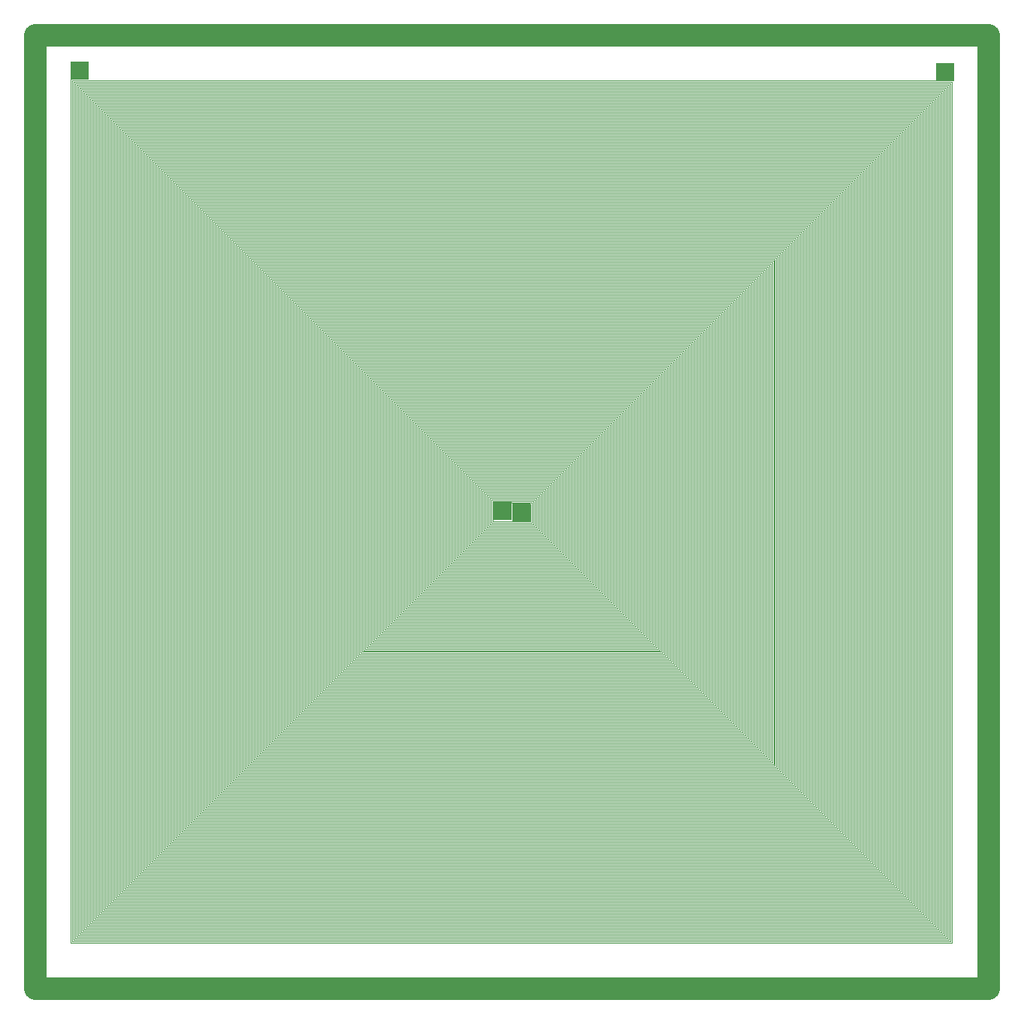
<source format=gbr>
G04 start of page 2 for group 0 idx 0 *
G04 Title: (unknown), component *
G04 Creator: pcb 1.99y *
G04 CreationDate: Mon Mar  9 18:38:32 2009 UTC *
G04 For: dj *
G04 Format: Gerber/RS-274X *
G04 PCB-Dimensions: 432900 432900 *
G04 PCB-Coordinate-Origin: lower left *
%MOIN*%
%FSLAX25Y25*%
%LNFRONT*%
%ADD11C,0.0033*%
%ADD12C,0.1000*%
%ADD13C,0.0200*%
%ADD14C,0.0300*%
G54D11*X206452Y210952D02*X225782D01*
X205786Y210286D02*X226448D01*
X205120Y209620D02*X227114D01*
X225782Y210952D02*Y221283D01*
X226448Y210286D02*Y221949D01*
X227114Y209620D02*Y222615D01*
X227780Y208954D02*Y223281D01*
X228446Y208288D02*Y223947D01*
X229112Y207622D02*Y224613D01*
X204454Y208954D02*X227780D01*
X203788Y208288D02*X228446D01*
X203122Y207622D02*X229112D01*
X202456Y206956D02*X229778D01*
X207784Y212284D02*Y221283D01*
X208450Y220617D02*X225116D01*
X207118Y211618D02*Y221949D01*
X207784Y221283D02*X225782D01*
X207784Y212284D02*X224450D01*
Y219951D01*
X207118Y211618D02*X225116D01*
Y220617D01*
X229778Y206956D02*Y225279D01*
X201790Y206290D02*X230444D01*
X241766Y194968D02*Y237267D01*
X242432Y194302D02*Y237933D01*
X243098Y193636D02*Y238599D01*
X243764Y192970D02*Y239265D01*
X244430Y192304D02*Y239931D01*
X245096Y191638D02*Y240597D01*
X245762Y190972D02*Y241263D01*
X246428Y190306D02*Y241929D01*
X247094Y189640D02*Y242595D01*
X247760Y188974D02*Y243261D01*
X248426Y188308D02*Y243927D01*
X249092Y187642D02*Y244593D01*
X249758Y186976D02*Y245259D01*
X250424Y186310D02*Y245925D01*
X251090Y185644D02*Y246591D01*
X251756Y184978D02*Y247257D01*
X252422Y184312D02*Y247923D01*
X253088Y183646D02*Y248589D01*
X253754Y182980D02*Y249255D01*
X254420Y182314D02*Y249921D01*
X255086Y181648D02*Y250587D01*
X255752Y180982D02*Y251253D01*
X256418Y180316D02*Y251919D01*
X257084Y179650D02*Y252585D01*
X257750Y178984D02*Y253251D01*
X258416Y178318D02*Y253917D01*
X259082Y177652D02*Y254583D01*
X259748Y176986D02*Y255249D01*
X260414Y176320D02*Y255915D01*
X261080Y175654D02*Y256581D01*
X261746Y174988D02*Y257247D01*
X262412Y174322D02*Y257913D01*
X263078Y173656D02*Y258579D01*
X263744Y172990D02*Y259245D01*
X264410Y172324D02*Y259911D01*
X265076Y171658D02*Y260577D01*
X265742Y170992D02*Y261243D01*
X266408Y170326D02*Y261909D01*
X230444Y206290D02*Y225945D01*
X231110Y205624D02*Y226611D01*
X231776Y204958D02*Y227277D01*
X232442Y204292D02*Y227943D01*
X233108Y203626D02*Y228609D01*
X233774Y202960D02*Y229275D01*
X234440Y202294D02*Y229941D01*
X235106Y201628D02*Y230607D01*
X235772Y200962D02*Y231273D01*
X236438Y200296D02*Y231939D01*
X237104Y199630D02*Y232605D01*
X237770Y198964D02*Y233271D01*
X238436Y198298D02*Y233937D01*
X239102Y197632D02*Y234603D01*
X239768Y196966D02*Y235269D01*
X240434Y196300D02*Y235935D01*
X241100Y195634D02*Y236601D01*
X207118Y221949D02*X226448D01*
X206452Y222615D02*X227114D01*
X205786Y223281D02*X227780D01*
X205120Y223947D02*X228446D01*
X204454Y224613D02*X229112D01*
X203788Y225279D02*X229778D01*
X203122Y225945D02*X230444D01*
X202456Y226611D02*X231110D01*
X201790Y227277D02*X231776D01*
X201124Y227943D02*X232442D01*
X200458Y228609D02*X233108D01*
X199792Y229275D02*X233774D01*
X199126Y229941D02*X234440D01*
X198460Y230607D02*X235106D01*
X197794Y231273D02*X235772D01*
X197128Y231939D02*X236438D01*
X196462Y232605D02*X237104D01*
X195796Y233271D02*X237770D01*
X195130Y233937D02*X238436D01*
X194464Y234603D02*X239102D01*
X193798Y235269D02*X239768D01*
X193132Y235935D02*X240434D01*
X192466Y236601D02*X241100D01*
X191800Y237267D02*X241766D01*
X191134Y237933D02*X242432D01*
X190468Y238599D02*X243098D01*
X189802Y239265D02*X243764D01*
X189136Y239931D02*X244430D01*
X188470Y240597D02*X245096D01*
X187804Y241263D02*X245762D01*
X187138Y241929D02*X246428D01*
X186472Y242595D02*X247094D01*
X185806Y243261D02*X247760D01*
X185140Y243927D02*X248426D01*
X184474Y244593D02*X249092D01*
X183808Y245259D02*X249758D01*
X183142Y245925D02*X250424D01*
X182476Y246591D02*X251090D01*
X181810Y247257D02*X251756D01*
X181144Y247923D02*X252422D01*
X180478Y248589D02*X253088D01*
X179812Y249255D02*X253754D01*
X179146Y249921D02*X254420D01*
X178480Y250587D02*X255086D01*
X177814Y251253D02*X255752D01*
X177148Y251919D02*X256418D01*
X176482Y252585D02*X257084D01*
X175816Y253251D02*X257750D01*
X175150Y253917D02*X258416D01*
X174484Y254583D02*X259082D01*
X173818Y255249D02*X259748D01*
X173152Y255915D02*X260414D01*
X172486Y256581D02*X261080D01*
X171820Y257247D02*X261746D01*
X171154Y257913D02*X262412D01*
X170488Y258579D02*X263078D01*
X169822Y259245D02*X263744D01*
X169156Y259911D02*X264410D01*
X168490Y260577D02*X265076D01*
X167824Y261243D02*X265742D01*
X167158Y261909D02*X266408D01*
X166492Y262575D02*X267074D01*
X165826Y263241D02*X267740D01*
X201124Y205624D02*X231110D01*
X200458Y204958D02*X231776D01*
X199792Y204292D02*X232442D01*
X199126Y203626D02*X233108D01*
X198460Y202960D02*X233774D01*
X197794Y202294D02*X234440D01*
X197128Y201628D02*X235106D01*
X196462Y200962D02*X235772D01*
X195796Y200296D02*X236438D01*
X195130Y199630D02*X237104D01*
X194464Y198964D02*X237770D01*
X193798Y198298D02*X238436D01*
X193132Y197632D02*X239102D01*
X267074Y169660D02*Y262575D01*
X267740Y168994D02*Y263241D01*
X268406Y168328D02*Y263907D01*
X269072Y167662D02*Y264573D01*
X269738Y166996D02*Y265239D01*
X270404Y166330D02*Y265905D01*
X271070Y165664D02*Y266571D01*
X271736Y164998D02*Y267237D01*
X272402Y164332D02*Y267903D01*
X273068Y163666D02*Y268569D01*
X273734Y163000D02*Y269235D01*
X274400Y162334D02*Y269901D01*
X275066Y161668D02*Y270567D01*
X275732Y161002D02*Y271233D01*
X276398Y160336D02*Y271899D01*
X277064Y159670D02*Y272565D01*
X277730Y159004D02*Y273231D01*
X278396Y158338D02*Y273897D01*
X279062Y157672D02*Y274563D01*
X279728Y157006D02*Y275229D01*
X280394Y156340D02*Y275895D01*
X281060Y155674D02*Y276561D01*
X281726Y155008D02*Y277227D01*
X282392Y154342D02*Y277893D01*
X192466Y196966D02*X239768D01*
X191800Y196300D02*X240434D01*
X191134Y195634D02*X241100D01*
X190468Y194968D02*X241766D01*
X189802Y194302D02*X242432D01*
X189136Y193636D02*X243098D01*
X188470Y192970D02*X243764D01*
X187804Y192304D02*X244430D01*
X187138Y191638D02*X245096D01*
X186472Y190972D02*X245762D01*
X185806Y190306D02*X246428D01*
X185140Y189640D02*X247094D01*
X184474Y188974D02*X247760D01*
X183808Y188308D02*X248426D01*
X183142Y187642D02*X249092D01*
X182476Y186976D02*X249758D01*
X181810Y186310D02*X250424D01*
X181144Y185644D02*X251090D01*
X180478Y184978D02*X251756D01*
X179812Y184312D02*X252422D01*
X179146Y183646D02*X253088D01*
X178480Y182980D02*X253754D01*
X177814Y182314D02*X254420D01*
X177148Y181648D02*X255086D01*
X176482Y180982D02*X255752D01*
X175816Y180316D02*X256418D01*
X175150Y179650D02*X257084D01*
X174484Y178984D02*X257750D01*
X173818Y178318D02*X258416D01*
X173152Y177652D02*X259082D01*
X172486Y176986D02*X259748D01*
X171820Y176320D02*X260414D01*
X171154Y175654D02*X261080D01*
X170488Y174988D02*X261746D01*
X169822Y174322D02*X262412D01*
X169156Y173656D02*X263078D01*
X168490Y172990D02*X263744D01*
X167824Y172324D02*X264410D01*
X167158Y171658D02*X265076D01*
X166492Y170992D02*X265742D01*
X165826Y170326D02*X266408D01*
X165160Y169660D02*X267074D01*
X164494Y168994D02*X267740D01*
X163828Y168328D02*X268406D01*
X163162Y167662D02*X269072D01*
X162496Y166996D02*X269738D01*
X161830Y166330D02*X270404D01*
X161164Y165664D02*X271070D01*
X160498Y164998D02*X271736D01*
X159832Y164332D02*X272402D01*
X159166Y163666D02*X273068D01*
X158500Y163000D02*X273734D01*
X157834Y162334D02*X274400D01*
X157168Y161668D02*X275066D01*
X156502Y161002D02*X275732D01*
X155836Y160336D02*X276398D01*
X155170Y159670D02*X277064D01*
X154504Y159004D02*X277730D01*
X153838Y158338D02*X278396D01*
X153172Y157672D02*X279062D01*
X152506Y157006D02*X279728D01*
X151840Y156340D02*X280394D01*
X151174Y155674D02*X281060D01*
X150508Y155008D02*X281726D01*
X149842Y154342D02*X282392D01*
X149176Y153676D02*X283058D01*
Y278559D01*
X283724Y153010D02*Y279225D01*
X284390Y152344D02*Y279891D01*
X285056Y151678D02*Y280557D01*
X285722Y151012D02*Y281223D01*
X286388Y150346D02*Y281889D01*
X287054Y149680D02*Y282555D01*
X287720Y149014D02*Y283221D01*
X288386Y148348D02*Y283887D01*
X289052Y147682D02*Y284553D01*
X289718Y147016D02*Y285219D01*
X290384Y146350D02*Y285885D01*
X291050Y145684D02*Y286551D01*
X291716Y145018D02*Y287217D01*
X292382Y144352D02*Y287883D01*
X293048Y143686D02*Y288549D01*
X293714Y143020D02*Y289215D01*
X294380Y142354D02*Y289881D01*
X295046Y141688D02*Y290547D01*
X295712Y141022D02*Y291213D01*
X296378Y140356D02*Y291879D01*
X297044Y139690D02*Y292545D01*
X297710Y139024D02*Y293211D01*
X298376Y138358D02*Y293877D01*
X299042Y137692D02*Y294543D01*
X299708Y137026D02*Y295209D01*
X300374Y136360D02*Y295875D01*
X301040Y135694D02*Y296541D01*
X301706Y135028D02*Y297207D01*
X302372Y134362D02*Y297873D01*
X303038Y133696D02*Y298539D01*
X303704Y133030D02*Y299205D01*
X201124Y205624D02*Y227943D01*
X200458Y204958D02*Y228609D01*
X199792Y204292D02*Y229275D01*
X199126Y203626D02*Y229941D01*
X198460Y202960D02*Y230607D01*
X197794Y202294D02*Y231273D01*
X197128Y201628D02*Y231939D01*
X196462Y200962D02*Y232605D01*
X195796Y200296D02*Y233271D01*
X195130Y199630D02*Y233937D01*
X194464Y198964D02*Y234603D01*
X193798Y198298D02*Y235269D01*
X193132Y197632D02*Y235935D01*
X206452Y210952D02*Y222615D01*
X205786Y210286D02*Y223281D01*
X205120Y209620D02*Y223947D01*
X204454Y208954D02*Y224613D01*
X203788Y208288D02*Y225279D01*
X203122Y207622D02*Y225945D01*
X202456Y206956D02*Y226611D01*
X201790Y206290D02*Y227277D01*
X148510Y153010D02*X283724D01*
X147844Y152344D02*X284390D01*
X147178Y151678D02*X285056D01*
X146512Y151012D02*X285722D01*
X145846Y150346D02*X286388D01*
X145180Y149680D02*X287054D01*
X144514Y149014D02*X287720D01*
X143848Y148348D02*X288386D01*
X143182Y147682D02*X289052D01*
X142516Y147016D02*X289718D01*
X141850Y146350D02*X290384D01*
X141184Y145684D02*X291050D01*
X140518Y145018D02*X291716D01*
X139852Y144352D02*X292382D01*
X139186Y143686D02*X293048D01*
X138520Y143020D02*X293714D01*
X137854Y142354D02*X294380D01*
X137188Y141688D02*X295046D01*
X136522Y141022D02*X295712D01*
X135856Y140356D02*X296378D01*
X135190Y139690D02*X297044D01*
X134524Y139024D02*X297710D01*
X133858Y138358D02*X298376D01*
X133192Y137692D02*X299042D01*
X132526Y137026D02*X299708D01*
X131860Y136360D02*X300374D01*
X131194Y135694D02*X301040D01*
X130528Y135028D02*X301706D01*
X129862Y134362D02*X302372D01*
X129196Y133696D02*X303038D01*
X128530Y133030D02*X303704D01*
X127864Y132364D02*X304370D01*
Y299871D01*
X305036Y131698D02*Y300537D01*
X305702Y131032D02*Y301203D01*
X306368Y130366D02*Y301869D01*
X307034Y129700D02*Y302535D01*
X307700Y129034D02*Y303201D01*
X308366Y128368D02*Y303867D01*
X309032Y127702D02*Y304533D01*
X309698Y127036D02*Y305199D01*
X310364Y126370D02*Y305865D01*
X311030Y125704D02*Y306531D01*
X311696Y125038D02*Y307197D01*
X312362Y124372D02*Y307863D01*
X313028Y123706D02*Y308529D01*
X313694Y123040D02*Y309195D01*
X314360Y122374D02*Y309861D01*
X315026Y121708D02*Y310527D01*
X315692Y121042D02*Y311193D01*
X316358Y120376D02*Y311859D01*
X317024Y119710D02*Y312525D01*
X317690Y119044D02*Y313191D01*
X318356Y118378D02*Y313857D01*
X319022Y117712D02*Y314523D01*
X319688Y117046D02*Y315189D01*
X320354Y116380D02*Y315855D01*
X321020Y115714D02*Y316521D01*
X321686Y115048D02*Y317187D01*
X322352Y114382D02*Y317853D01*
X323018Y113716D02*Y318519D01*
X323684Y113050D02*Y319185D01*
X324350Y112384D02*Y319851D01*
X325016Y111718D02*Y320517D01*
X325682Y111052D02*Y321183D01*
X326348Y110386D02*Y321849D01*
X327014Y109720D02*Y322515D01*
X327680Y109054D02*Y323181D01*
X328346Y108388D02*Y323847D01*
X329012Y107722D02*Y324513D01*
X329678Y107056D02*Y325179D01*
X330344Y106390D02*Y325845D01*
X331010Y105724D02*Y326511D01*
X331676Y105058D02*Y327177D01*
X332342Y104392D02*Y327843D01*
X333008Y103726D02*Y328509D01*
X333674Y103060D02*Y329175D01*
X334340Y102394D02*Y329841D01*
X335006Y101728D02*Y330507D01*
X335672Y101062D02*Y331173D01*
X336338Y100396D02*Y331839D01*
X337004Y99730D02*Y332505D01*
X337670Y99064D02*Y333171D01*
X338336Y98398D02*Y333837D01*
X339002Y97732D02*Y334503D01*
X339668Y97066D02*Y335169D01*
X340334Y96400D02*Y335835D01*
X341000Y95734D02*Y336501D01*
X341666Y95068D02*Y337167D01*
X342332Y94402D02*Y337833D01*
X342998Y93736D02*Y338499D01*
X343664Y93070D02*Y339165D01*
X344330Y92404D02*Y339831D01*
X344996Y91738D02*Y340497D01*
X345662Y91072D02*Y341163D01*
X346328Y90406D02*Y341829D01*
X346994Y89740D02*Y342495D01*
X347660Y89074D02*Y343161D01*
X348326Y88408D02*Y343827D01*
X348992Y87742D02*Y344493D01*
X349658Y87076D02*Y345159D01*
X350324Y86410D02*Y345825D01*
X350990Y85744D02*Y346491D01*
X351656Y85078D02*Y347157D01*
X352322Y84412D02*Y347823D01*
X352988Y83746D02*Y348489D01*
X353654Y83080D02*Y349155D01*
X354320Y82414D02*Y349821D01*
X354986Y81748D02*Y350487D01*
X355652Y81082D02*Y351153D01*
X356318Y80416D02*Y351819D01*
X356984Y79750D02*Y352485D01*
X357650Y79084D02*Y353151D01*
X358316Y78418D02*Y353817D01*
X358982Y77752D02*Y354483D01*
X359648Y77086D02*Y355149D01*
X360314Y76420D02*Y355815D01*
X360980Y75754D02*Y356481D01*
X192466Y196966D02*Y236601D01*
X191800Y196300D02*Y237267D01*
X191134Y195634D02*Y237933D01*
X190468Y194968D02*Y238599D01*
X189802Y194302D02*Y239265D01*
X189136Y193636D02*Y239931D01*
X188470Y192970D02*Y240597D01*
X187804Y192304D02*Y241263D01*
X187138Y191638D02*Y241929D01*
X186472Y190972D02*Y242595D01*
X185806Y190306D02*Y243261D01*
X185140Y189640D02*Y243927D01*
X184474Y188974D02*Y244593D01*
X183808Y188308D02*Y245259D01*
X183142Y187642D02*Y245925D01*
X182476Y186976D02*Y246591D01*
X181810Y186310D02*Y247257D01*
X181144Y185644D02*Y247923D01*
X180478Y184978D02*Y248589D01*
X179812Y184312D02*Y249255D01*
X179146Y183646D02*Y249921D01*
X178480Y182980D02*Y250587D01*
X177814Y182314D02*Y251253D01*
X177148Y181648D02*Y251919D01*
X127198Y131698D02*X305036D01*
X126532Y131032D02*X305702D01*
X125866Y130366D02*X306368D01*
X125200Y129700D02*X307034D01*
X124534Y129034D02*X307700D01*
X123868Y128368D02*X308366D01*
X123202Y127702D02*X309032D01*
X122536Y127036D02*X309698D01*
X121870Y126370D02*X310364D01*
X121204Y125704D02*X311030D01*
X120538Y125038D02*X311696D01*
X119872Y124372D02*X312362D01*
X119206Y123706D02*X313028D01*
X118540Y123040D02*X313694D01*
X117874Y122374D02*X314360D01*
X117208Y121708D02*X315026D01*
X116542Y121042D02*X315692D01*
X115876Y120376D02*X316358D01*
X115210Y119710D02*X317024D01*
X114544Y119044D02*X317690D01*
X113878Y118378D02*X318356D01*
X113212Y117712D02*X319022D01*
X112546Y117046D02*X319688D01*
X111880Y116380D02*X320354D01*
X111214Y115714D02*X321020D01*
X110548Y115048D02*X321686D01*
X109882Y114382D02*X322352D01*
X109216Y113716D02*X323018D01*
X108550Y113050D02*X323684D01*
X107884Y112384D02*X324350D01*
X107218Y111718D02*X325016D01*
X106552Y111052D02*X325682D01*
X105886Y110386D02*X326348D01*
X105220Y109720D02*X327014D01*
X104554Y109054D02*X327680D01*
X103888Y108388D02*X328346D01*
X103222Y107722D02*X329012D01*
X102556Y107056D02*X329678D01*
X101890Y106390D02*X330344D01*
X101224Y105724D02*X331010D01*
X100558Y105058D02*X331676D01*
X99892Y104392D02*X332342D01*
X99226Y103726D02*X333008D01*
X98560Y103060D02*X333674D01*
X97894Y102394D02*X334340D01*
X97228Y101728D02*X335006D01*
X96562Y101062D02*X335672D01*
X95896Y100396D02*X336338D01*
X95230Y99730D02*X337004D01*
X94564Y99064D02*X337670D01*
X93898Y98398D02*X338336D01*
X93232Y97732D02*X339002D01*
X92566Y97066D02*X339668D01*
X91900Y96400D02*X340334D01*
X91234Y95734D02*X341000D01*
X90568Y95068D02*X341666D01*
X89902Y94402D02*X342332D01*
X89236Y93736D02*X342998D01*
X88570Y93070D02*X343664D01*
X87904Y92404D02*X344330D01*
X87238Y91738D02*X344996D01*
X86572Y91072D02*X345662D01*
X85906Y90406D02*X346328D01*
X85240Y89740D02*X346994D01*
X84574Y89074D02*X347660D01*
X83908Y88408D02*X348326D01*
X83242Y87742D02*X348992D01*
X82576Y87076D02*X349658D01*
X81910Y86410D02*X350324D01*
X81244Y85744D02*X350990D01*
X80578Y85078D02*X351656D01*
X79912Y84412D02*X352322D01*
X79246Y83746D02*X352988D01*
X78580Y83080D02*X353654D01*
X77914Y82414D02*X354320D01*
X77248Y81748D02*X354986D01*
X76582Y81082D02*X355652D01*
X75916Y80416D02*X356318D01*
X75250Y79750D02*X356984D01*
X74584Y79084D02*X357650D01*
X73918Y78418D02*X358316D01*
X73252Y77752D02*X358982D01*
X72586Y77086D02*X359648D01*
X71920Y76420D02*X360314D01*
X71254Y75754D02*X360980D01*
X70588Y75088D02*X361646D01*
X176482Y180982D02*Y252585D01*
X175816Y180316D02*Y253251D01*
X175150Y179650D02*Y253917D01*
X174484Y178984D02*Y254583D01*
X173818Y178318D02*Y255249D01*
X173152Y177652D02*Y255915D01*
X172486Y176986D02*Y256581D01*
X171820Y176320D02*Y257247D01*
X410930Y25804D02*Y406431D01*
X411596Y25138D02*Y407097D01*
X171154Y175654D02*Y257913D01*
X170488Y174988D02*Y258579D01*
X169822Y174322D02*Y259245D01*
X169156Y173656D02*Y259911D01*
X168490Y172990D02*Y260577D01*
X167824Y172324D02*Y261243D01*
X167158Y171658D02*Y261909D01*
X166492Y170992D02*Y262575D01*
X165826Y170326D02*Y263241D01*
X165160Y169660D02*Y263907D01*
X164494Y168994D02*Y264573D01*
X163828Y168328D02*Y265239D01*
X163162Y167662D02*Y265905D01*
X162496Y166996D02*Y266571D01*
X161830Y166330D02*Y267237D01*
X161164Y165664D02*Y267903D01*
X69922Y74422D02*X362312D01*
X69256Y73756D02*X362978D01*
X68590Y73090D02*X363644D01*
X67924Y72424D02*X364310D01*
X67258Y71758D02*X364976D01*
X66592Y71092D02*X365642D01*
X65926Y70426D02*X366308D01*
X65260Y69760D02*X366974D01*
X64594Y69094D02*X367640D01*
X63928Y68428D02*X368306D01*
X63262Y67762D02*X368972D01*
X62596Y67096D02*X369638D01*
X61930Y66430D02*X370304D01*
X61264Y65764D02*X370970D01*
X60598Y65098D02*X371636D01*
X59932Y64432D02*X372302D01*
X59266Y63766D02*X372968D01*
X58600Y63100D02*X373634D01*
X57934Y62434D02*X374300D01*
X57268Y61768D02*X374966D01*
X56602Y61102D02*X375632D01*
X55936Y60436D02*X376298D01*
X55270Y59770D02*X376964D01*
X54604Y59104D02*X377630D01*
X53938Y58438D02*X378296D01*
X53272Y57772D02*X378962D01*
X70588Y358479D02*X362978D01*
X69922Y359145D02*X363644D01*
X69256Y359811D02*X364310D01*
X68590Y360477D02*X364976D01*
X67924Y361143D02*X365642D01*
X67258Y361809D02*X366308D01*
X66592Y362475D02*X366974D01*
X65926Y363141D02*X367640D01*
X65260Y363807D02*X368306D01*
X64594Y364473D02*X368972D01*
X63928Y365139D02*X369638D01*
X63262Y365805D02*X370304D01*
X62596Y366471D02*X370970D01*
X61930Y367137D02*X371636D01*
X61264Y367803D02*X372302D01*
X60598Y368469D02*X372968D01*
X59932Y369135D02*X373634D01*
X59266Y369801D02*X374300D01*
X58600Y370467D02*X374966D01*
X57934Y371133D02*X375632D01*
X57268Y371799D02*X376298D01*
X56602Y372465D02*X376964D01*
X55936Y373131D02*X377630D01*
X55270Y373797D02*X378296D01*
X54604Y374463D02*X378962D01*
X53938Y375129D02*X379628D01*
X53272Y375795D02*X380294D01*
X52606Y376461D02*X380960D01*
X51940Y377127D02*X381626D01*
X51274Y377793D02*X382292D01*
X50608Y378459D02*X382958D01*
X49942Y379125D02*X383624D01*
X49276Y379791D02*X384290D01*
X48610Y380457D02*X384956D01*
X47944Y381123D02*X385622D01*
X47278Y381789D02*X386288D01*
X46612Y382455D02*X386954D01*
X45946Y383121D02*X387620D01*
X45280Y383787D02*X388286D01*
X44614Y384453D02*X388952D01*
X43948Y385119D02*X389618D01*
X43282Y385785D02*X390284D01*
X42616Y386451D02*X390950D01*
X41950Y387117D02*X391616D01*
X41284Y387783D02*X392282D01*
X40618Y388449D02*X392948D01*
X39952Y389115D02*X393614D01*
X39286Y389781D02*X394280D01*
X38620Y390447D02*X394946D01*
X37954Y391113D02*X395612D01*
X37288Y391779D02*X396278D01*
X36622Y392445D02*X396944D01*
X35956Y393111D02*X397610D01*
X35290Y393777D02*X398276D01*
X34624Y394443D02*X398942D01*
X33958Y395109D02*X399608D01*
X33292Y395775D02*X400274D01*
X32626Y396441D02*X400940D01*
X31960Y397107D02*X401606D01*
X31294Y397773D02*X402272D01*
X30628Y398439D02*X402938D01*
X29962Y399105D02*X403604D01*
X29296Y399771D02*X404270D01*
X28630Y400437D02*X404936D01*
X27964Y401103D02*X405602D01*
X27298Y401769D02*X406268D01*
X26632Y402435D02*X406934D01*
X25966Y403101D02*X407600D01*
X25300Y403767D02*X408266D01*
X24634Y404433D02*X408932D01*
X23968Y405099D02*X409598D01*
X23302Y405765D02*X410264D01*
X22636Y406431D02*X410930D01*
X21970Y407097D02*X411596D01*
X21304Y407763D02*X412262D01*
G54D12*X5000Y427900D02*X427900D01*
G54D11*X52606Y57106D02*X379628D01*
X51940Y56440D02*X380294D01*
X51274Y55774D02*X380960D01*
X50608Y55108D02*X381626D01*
X49942Y54442D02*X382292D01*
X49276Y53776D02*X382958D01*
X48610Y53110D02*X383624D01*
X47944Y52444D02*X384290D01*
X47278Y51778D02*X384956D01*
X46612Y51112D02*X385622D01*
X45946Y50446D02*X386288D01*
X45280Y49780D02*X386954D01*
X44614Y49114D02*X387620D01*
X43948Y48448D02*X388286D01*
X43282Y47782D02*X388952D01*
X42616Y47116D02*X389618D01*
X41950Y46450D02*X390284D01*
X41284Y45784D02*X390950D01*
X40618Y45118D02*X391616D01*
X39952Y44452D02*X392282D01*
X39286Y43786D02*X392948D01*
X38620Y43120D02*X393614D01*
X37954Y42454D02*X394280D01*
X37288Y41788D02*X394946D01*
X36622Y41122D02*X395612D01*
X35956Y40456D02*X396278D01*
X35290Y39790D02*X396944D01*
X34624Y39124D02*X397610D01*
X33958Y38458D02*X398276D01*
X33292Y37792D02*X398942D01*
X32626Y37126D02*X399608D01*
X31960Y36460D02*X400274D01*
X31294Y35794D02*X400940D01*
X30628Y35128D02*X401606D01*
X29962Y34462D02*X402272D01*
X29296Y33796D02*X402938D01*
X28630Y33130D02*X403604D01*
X27964Y32464D02*X404270D01*
X27298Y31798D02*X404936D01*
X26632Y31132D02*X405602D01*
X25966Y30466D02*X406268D01*
X25300Y29800D02*X406934D01*
X24634Y29134D02*X407600D01*
X23968Y28468D02*X408266D01*
X23302Y27802D02*X408932D01*
X22636Y27136D02*X409598D01*
X21970Y26470D02*X410264D01*
X21304Y25804D02*X410930D01*
X20638Y25138D02*X411596D01*
G54D12*X5000Y5000D02*X427900D01*
G54D11*X165160Y263907D02*X268406D01*
X164494Y264573D02*X269072D01*
X163828Y265239D02*X269738D01*
X163162Y265905D02*X270404D01*
X162496Y266571D02*X271070D01*
X161830Y267237D02*X271736D01*
X161164Y267903D02*X272402D01*
X160498Y268569D02*X273068D01*
X159832Y269235D02*X273734D01*
X159166Y269901D02*X274400D01*
X158500Y270567D02*X275066D01*
X157834Y271233D02*X275732D01*
X157168Y271899D02*X276398D01*
X156502Y272565D02*X277064D01*
X155836Y273231D02*X277730D01*
X155170Y273897D02*X278396D01*
X154504Y274563D02*X279062D01*
X153838Y275229D02*X279728D01*
X153172Y275895D02*X280394D01*
X152506Y276561D02*X281060D01*
X151840Y277227D02*X281726D01*
X151174Y277893D02*X282392D01*
X150508Y278559D02*X283058D01*
X149842Y279225D02*X283724D01*
X149176Y279891D02*X284390D01*
X148510Y280557D02*X285056D01*
X147844Y281223D02*X285722D01*
X147178Y281889D02*X286388D01*
X146512Y282555D02*X287054D01*
X145846Y283221D02*X287720D01*
X145180Y283887D02*X288386D01*
X144514Y284553D02*X289052D01*
X143848Y285219D02*X289718D01*
X143182Y285885D02*X290384D01*
X142516Y286551D02*X291050D01*
X141850Y287217D02*X291716D01*
X141184Y287883D02*X292382D01*
X140518Y288549D02*X293048D01*
X139852Y289215D02*X293714D01*
X139186Y289881D02*X294380D01*
X138520Y290547D02*X295046D01*
X137854Y291213D02*X295712D01*
X137188Y291879D02*X296378D01*
X136522Y292545D02*X297044D01*
X135856Y293211D02*X297710D01*
X135190Y293877D02*X298376D01*
X134524Y294543D02*X299042D01*
X133858Y295209D02*X299708D01*
X133192Y295875D02*X300374D01*
X132526Y296541D02*X301040D01*
X131860Y297207D02*X301706D01*
X131194Y297873D02*X302372D01*
X130528Y298539D02*X303038D01*
X129862Y299205D02*X303704D01*
X129196Y299871D02*X304370D01*
X128530Y300537D02*X305036D01*
X127864Y301203D02*X305702D01*
X127198Y301869D02*X306368D01*
X126532Y302535D02*X307034D01*
X125866Y303201D02*X307700D01*
X125200Y303867D02*X308366D01*
X124534Y304533D02*X309032D01*
X123868Y305199D02*X309698D01*
X123202Y305865D02*X310364D01*
X122536Y306531D02*X311030D01*
X121870Y307197D02*X311696D01*
X121204Y307863D02*X312362D01*
X120538Y308529D02*X313028D01*
X119872Y309195D02*X313694D01*
X119206Y309861D02*X314360D01*
X118540Y310527D02*X315026D01*
X117874Y311193D02*X315692D01*
X117208Y311859D02*X316358D01*
X116542Y312525D02*X317024D01*
X115876Y313191D02*X317690D01*
X115210Y313857D02*X318356D01*
X114544Y314523D02*X319022D01*
X113878Y315189D02*X319688D01*
X113212Y315855D02*X320354D01*
X112546Y316521D02*X321020D01*
X111880Y317187D02*X321686D01*
X111214Y317853D02*X322352D01*
X110548Y318519D02*X323018D01*
X109882Y319185D02*X323684D01*
X109216Y319851D02*X324350D01*
X108550Y320517D02*X325016D01*
X107884Y321183D02*X325682D01*
X107218Y321849D02*X326348D01*
X106552Y322515D02*X327014D01*
X105886Y323181D02*X327680D01*
X105220Y323847D02*X328346D01*
X104554Y324513D02*X329012D01*
X103888Y325179D02*X329678D01*
X103222Y325845D02*X330344D01*
X102556Y326511D02*X331010D01*
X101890Y327177D02*X331676D01*
X101224Y327843D02*X332342D01*
X100558Y328509D02*X333008D01*
X99892Y329175D02*X333674D01*
X99226Y329841D02*X334340D01*
X98560Y330507D02*X335006D01*
X97894Y331173D02*X335672D01*
X97228Y331839D02*X336338D01*
X96562Y332505D02*X337004D01*
X95896Y333171D02*X337670D01*
X95230Y333837D02*X338336D01*
X94564Y334503D02*X339002D01*
X93898Y335169D02*X339668D01*
X93232Y335835D02*X340334D01*
X92566Y336501D02*X341000D01*
X91900Y337167D02*X341666D01*
X91234Y337833D02*X342332D01*
X90568Y338499D02*X342998D01*
X89902Y339165D02*X343664D01*
X89236Y339831D02*X344330D01*
X88570Y340497D02*X344996D01*
X87904Y341163D02*X345662D01*
X87238Y341829D02*X346328D01*
X86572Y342495D02*X346994D01*
X85906Y343161D02*X347660D01*
X85240Y343827D02*X348326D01*
X84574Y344493D02*X348992D01*
X83908Y345159D02*X349658D01*
X83242Y345825D02*X350324D01*
X82576Y346491D02*X350990D01*
X81910Y347157D02*X351656D01*
X81244Y347823D02*X352322D01*
X80578Y348489D02*X352988D01*
X79912Y349155D02*X353654D01*
X79246Y349821D02*X354320D01*
X78580Y350487D02*X354986D01*
X77914Y351153D02*X355652D01*
X77248Y351819D02*X356318D01*
X76582Y352485D02*X356984D01*
X75916Y353151D02*X357650D01*
X75250Y353817D02*X358316D01*
X74584Y354483D02*X358982D01*
X73918Y355149D02*X359648D01*
X73252Y355815D02*X360314D01*
X72586Y356481D02*X360980D01*
X71920Y357147D02*X361646D01*
X71254Y357813D02*X362312D01*
X361646Y75088D02*Y357147D01*
X362312Y74422D02*Y357813D01*
X362978Y73756D02*Y358479D01*
X363644Y73090D02*Y359145D01*
X364310Y72424D02*Y359811D01*
X364976Y71758D02*Y360477D01*
X365642Y71092D02*Y361143D01*
X366308Y70426D02*Y361809D01*
X366974Y69760D02*Y362475D01*
X367640Y69094D02*Y363141D01*
X368306Y68428D02*Y363807D01*
X368972Y67762D02*Y364473D01*
X369638Y67096D02*Y365139D01*
X370304Y66430D02*Y365805D01*
X370970Y65764D02*Y366471D01*
X371636Y65098D02*Y367137D01*
X372302Y64432D02*Y367803D01*
X160498Y164998D02*Y268569D01*
X159832Y164332D02*Y269235D01*
X159166Y163666D02*Y269901D01*
X158500Y163000D02*Y270567D01*
X157834Y162334D02*Y271233D01*
X157168Y161668D02*Y271899D01*
X156502Y161002D02*Y272565D01*
X155836Y160336D02*Y273231D01*
X155170Y159670D02*Y273897D01*
X154504Y159004D02*Y274563D01*
X153838Y158338D02*Y275229D01*
X153172Y157672D02*Y275895D01*
X152506Y157006D02*Y276561D01*
X151840Y156340D02*Y277227D01*
X151174Y155674D02*Y277893D01*
X150508Y155008D02*Y278559D01*
X149842Y154342D02*Y279225D01*
X149176Y153676D02*Y279891D01*
X148510Y153010D02*Y280557D01*
X147844Y152344D02*Y281223D01*
X147178Y151678D02*Y281889D01*
X146512Y151012D02*Y282555D01*
X145846Y150346D02*Y283221D01*
X145180Y149680D02*Y283887D01*
X144514Y149014D02*Y284553D01*
X143848Y148348D02*Y285219D01*
X143182Y147682D02*Y285885D01*
X142516Y147016D02*Y286551D01*
X141850Y146350D02*Y287217D01*
X141184Y145684D02*Y287883D01*
X140518Y145018D02*Y288549D01*
X139852Y144352D02*Y289215D01*
X139186Y143686D02*Y289881D01*
X138520Y143020D02*Y290547D01*
X137854Y142354D02*Y291213D01*
X137188Y141688D02*Y291879D01*
X136522Y141022D02*Y292545D01*
X135856Y140356D02*Y293211D01*
X135190Y139690D02*Y293877D01*
X134524Y139024D02*Y294543D01*
X133858Y138358D02*Y295209D01*
X133192Y137692D02*Y295875D01*
X132526Y137026D02*Y296541D01*
X131860Y136360D02*Y297207D01*
X131194Y135694D02*Y297873D01*
X130528Y135028D02*Y298539D01*
X129862Y134362D02*Y299205D01*
X129196Y133696D02*Y299871D01*
X128530Y133030D02*Y300537D01*
X127864Y132364D02*Y301203D01*
X127198Y131698D02*Y301869D01*
X126532Y131032D02*Y302535D01*
X125866Y130366D02*Y303201D01*
X125200Y129700D02*Y303867D01*
X124534Y129034D02*Y304533D01*
X123868Y128368D02*Y305199D01*
X123202Y127702D02*Y305865D01*
X122536Y127036D02*Y306531D01*
X121870Y126370D02*Y307197D01*
X121204Y125704D02*Y307863D01*
X120538Y125038D02*Y308529D01*
X119872Y124372D02*Y309195D01*
X119206Y123706D02*Y309861D01*
X118540Y123040D02*Y310527D01*
X117874Y122374D02*Y311193D01*
X117208Y121708D02*Y311859D01*
X116542Y121042D02*Y312525D01*
X115876Y120376D02*Y313191D01*
X115210Y119710D02*Y313857D01*
X114544Y119044D02*Y314523D01*
X113878Y118378D02*Y315189D01*
X113212Y117712D02*Y315855D01*
X112546Y117046D02*Y316521D01*
X111880Y116380D02*Y317187D01*
X111214Y115714D02*Y317853D01*
X110548Y115048D02*Y318519D01*
X109882Y114382D02*Y319185D01*
X109216Y113716D02*Y319851D01*
X108550Y113050D02*Y320517D01*
X107884Y112384D02*Y321183D01*
X107218Y111718D02*Y321849D01*
X106552Y111052D02*Y322515D01*
X105886Y110386D02*Y323181D01*
X105220Y109720D02*Y323847D01*
X104554Y109054D02*Y324513D01*
X103888Y108388D02*Y325179D01*
X103222Y107722D02*Y325845D01*
X102556Y107056D02*Y326511D01*
X101890Y106390D02*Y327177D01*
X101224Y105724D02*Y327843D01*
X100558Y105058D02*Y328509D01*
X99892Y104392D02*Y329175D01*
X99226Y103726D02*Y329841D01*
X98560Y103060D02*Y330507D01*
X97894Y102394D02*Y331173D01*
X97228Y101728D02*Y331839D01*
X96562Y101062D02*Y332505D01*
X95896Y100396D02*Y333171D01*
X95230Y99730D02*Y333837D01*
X94564Y99064D02*Y334503D01*
X93898Y98398D02*Y335169D01*
X93232Y97732D02*Y335835D01*
X92566Y97066D02*Y336501D01*
X91900Y96400D02*Y337167D01*
X91234Y95734D02*Y337833D01*
X90568Y95068D02*Y338499D01*
X89902Y94402D02*Y339165D01*
X89236Y93736D02*Y339831D01*
X88570Y93070D02*Y340497D01*
X87904Y92404D02*Y341163D01*
X87238Y91738D02*Y341829D01*
X86572Y91072D02*Y342495D01*
X85906Y90406D02*Y343161D01*
X85240Y89740D02*Y343827D01*
X84574Y89074D02*Y344493D01*
X83908Y88408D02*Y345159D01*
X83242Y87742D02*Y345825D01*
X82576Y87076D02*Y346491D01*
X81910Y86410D02*Y347157D01*
X81244Y85744D02*Y347823D01*
X80578Y85078D02*Y348489D01*
X79912Y84412D02*Y349155D01*
X79246Y83746D02*Y349821D01*
X78580Y83080D02*Y350487D01*
X77914Y82414D02*Y351153D01*
X77248Y81748D02*Y351819D01*
X76582Y81082D02*Y352485D01*
X75916Y80416D02*Y353151D01*
X75250Y79750D02*Y353817D01*
X74584Y79084D02*Y354483D01*
X73918Y78418D02*Y355149D01*
X73252Y77752D02*Y355815D01*
X72586Y77086D02*Y356481D01*
X71920Y76420D02*Y357147D01*
X71254Y75754D02*Y357813D01*
X70588Y75088D02*Y358479D01*
X69922Y74422D02*Y359145D01*
X69256Y73756D02*Y359811D01*
X68590Y73090D02*Y360477D01*
X67924Y72424D02*Y361143D01*
X67258Y71758D02*Y361809D01*
X66592Y71092D02*Y362475D01*
X65926Y70426D02*Y363141D01*
X65260Y69760D02*Y363807D01*
X64594Y69094D02*Y364473D01*
X63928Y68428D02*Y365139D01*
X63262Y67762D02*Y365805D01*
X62596Y67096D02*Y366471D01*
X61930Y66430D02*Y367137D01*
X61264Y65764D02*Y367803D01*
X60598Y65098D02*Y368469D01*
X59932Y64432D02*Y369135D01*
X59266Y63766D02*Y369801D01*
X58600Y63100D02*Y370467D01*
X57934Y62434D02*Y371133D01*
X57268Y61768D02*Y371799D01*
X56602Y61102D02*Y372465D01*
X55936Y60436D02*Y373131D01*
X55270Y59770D02*Y373797D01*
X54604Y59104D02*Y374463D01*
X53938Y58438D02*Y375129D01*
X53272Y57772D02*Y375795D01*
X52606Y57106D02*Y376461D01*
X51940Y56440D02*Y377127D01*
X51274Y55774D02*Y377793D01*
X50608Y55108D02*Y378459D01*
X49942Y54442D02*Y379125D01*
X49276Y53776D02*Y379791D01*
X48610Y53110D02*Y380457D01*
X47944Y52444D02*Y381123D01*
X47278Y51778D02*Y381789D01*
X46612Y51112D02*Y382455D01*
X45946Y50446D02*Y383121D01*
X45280Y49780D02*Y383787D01*
X44614Y49114D02*Y384453D01*
X43948Y48448D02*Y385119D01*
X43282Y47782D02*Y385785D01*
X42616Y47116D02*Y386451D01*
X41950Y46450D02*Y387117D01*
X41284Y45784D02*Y387783D01*
X40618Y45118D02*Y388449D01*
X39952Y44452D02*Y389115D01*
X39286Y43786D02*Y389781D01*
X38620Y43120D02*Y390447D01*
X37954Y42454D02*Y391113D01*
X37288Y41788D02*Y391779D01*
X36622Y41122D02*Y392445D01*
X35956Y40456D02*Y393111D01*
X35290Y39790D02*Y393777D01*
X34624Y39124D02*Y394443D01*
X33958Y38458D02*Y395109D01*
X33292Y37792D02*Y395775D01*
X32626Y37126D02*Y396441D01*
X31960Y36460D02*Y397107D01*
X31294Y35794D02*Y397773D01*
X30628Y35128D02*Y398439D01*
X29962Y34462D02*Y399105D01*
X29296Y33796D02*Y399771D01*
X28630Y33130D02*Y400437D01*
X27964Y32464D02*Y401103D01*
X27298Y31798D02*Y401769D01*
X26632Y31132D02*Y402435D01*
X25966Y30466D02*Y403101D01*
X25300Y29800D02*Y403767D01*
X24634Y29134D02*Y404433D01*
X23968Y28468D02*Y405099D01*
X23302Y27802D02*Y405765D01*
X22636Y27136D02*Y406431D01*
X21970Y26470D02*Y407097D01*
X21304Y25804D02*Y407763D01*
X20638Y25138D02*Y408429D01*
G54D12*X5000Y5000D02*Y427900D01*
G54D11*X372968Y63766D02*Y368469D01*
X373634Y63100D02*Y369135D01*
X374300Y62434D02*Y369801D01*
X374966Y61768D02*Y370467D01*
X375632Y61102D02*Y371133D01*
X376298Y60436D02*Y371799D01*
X376964Y59770D02*Y372465D01*
X377630Y59104D02*Y373131D01*
X378296Y58438D02*Y373797D01*
X378962Y57772D02*Y374463D01*
X379628Y57106D02*Y375129D01*
X380294Y56440D02*Y375795D01*
X380960Y55774D02*Y376461D01*
X381626Y55108D02*Y377127D01*
X382292Y54442D02*Y377793D01*
X382958Y53776D02*Y378459D01*
X383624Y53110D02*Y379125D01*
X384290Y52444D02*Y379791D01*
X384956Y51778D02*Y380457D01*
X385622Y51112D02*Y381123D01*
X386288Y50446D02*Y381789D01*
X386954Y49780D02*Y382455D01*
X387620Y49114D02*Y383121D01*
X388286Y48448D02*Y383787D01*
X388952Y47782D02*Y384453D01*
X389618Y47116D02*Y385119D01*
X390284Y46450D02*Y385785D01*
X390950Y45784D02*Y386451D01*
X391616Y45118D02*Y387117D01*
X392282Y44452D02*Y387783D01*
X392948Y43786D02*Y388449D01*
X393614Y43120D02*Y389115D01*
X394280Y42454D02*Y389781D01*
X394946Y41788D02*Y390447D01*
X395612Y41122D02*Y391113D01*
X396278Y40456D02*Y391779D01*
X396944Y39790D02*Y392445D01*
X397610Y39124D02*Y393111D01*
X398276Y38458D02*Y393777D01*
X398942Y37792D02*Y394443D01*
X399608Y37126D02*Y395109D01*
X400274Y36460D02*Y395775D01*
X400940Y35794D02*Y396441D01*
X401606Y35128D02*Y397107D01*
X402272Y34462D02*Y397773D01*
X402938Y33796D02*Y398439D01*
X403604Y33130D02*Y399105D01*
X404270Y32464D02*Y399771D01*
X404936Y31798D02*Y400437D01*
X405602Y31132D02*Y401103D01*
X406268Y30466D02*Y401769D01*
X406934Y29800D02*Y402435D01*
X407600Y29134D02*Y403101D01*
X408266Y28468D02*Y403767D01*
X408932Y27802D02*Y404433D01*
X409598Y27136D02*Y405099D01*
X410264Y26470D02*Y405765D01*
G54D12*X427900Y5000D02*Y427900D01*
G54D13*G36*
X208283Y220783D02*Y212783D01*
X216283D01*
Y220783D01*
X208283D01*
G37*
G36*
X216616Y220117D02*Y212117D01*
X224616D01*
Y220117D01*
X216616D01*
G37*
G36*
X20471Y416262D02*Y408262D01*
X28471D01*
Y416262D01*
X20471D01*
G37*
G36*
X404428Y415596D02*Y407596D01*
X412428D01*
Y415596D01*
X404428D01*
G37*
G54D14*M02*

</source>
